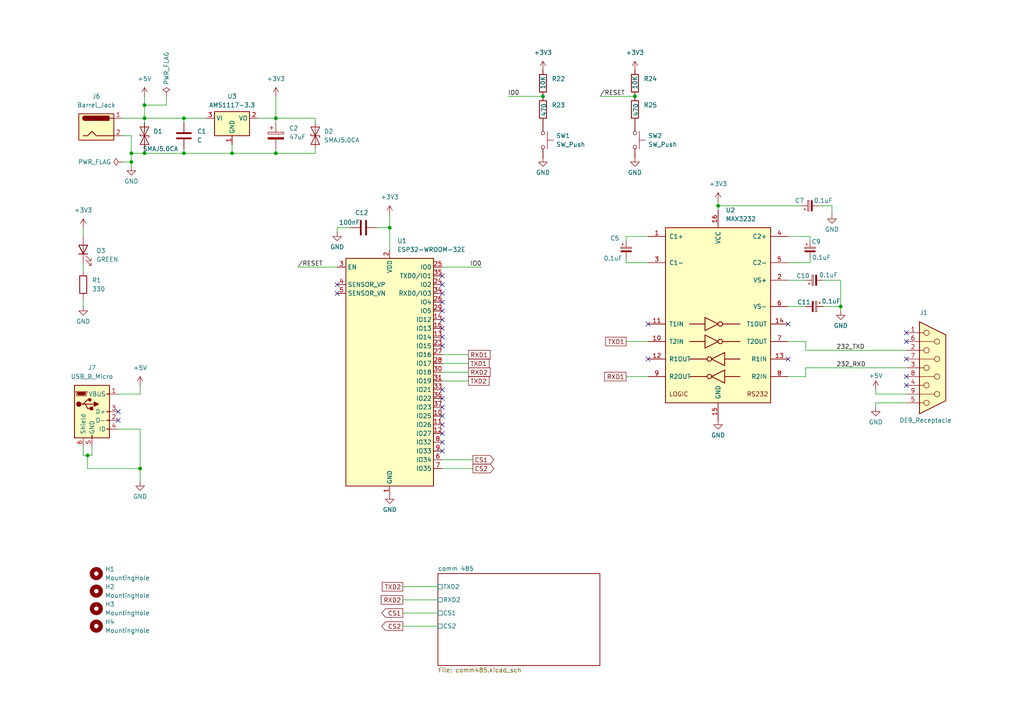
<source format=kicad_sch>
(kicad_sch (version 20231120) (generator "eeschema") (generator_version "8.0")
  (paper "A4")
  (lib_symbols
    (symbol "0_MyLib_0:USB_B_Micro" (pin_names (offset 1.016))
      (property "Reference" "J7" (at 0 12.7 0))
      (property "Value" "USB_B_Micro" (at 0 10.16 0))
      (symbol "USB_B_Micro_0_1"
        (rectangle (start -5.08 -7.62) (end 5.08 7.62) (stroke (width 0.254)) (fill (type background)))
        (circle (center -3.81 2.159) (radius 0.635) (stroke (width 0.254)) (fill (type outline)))
        (circle (center -0.635 3.429) (radius 0.381) (stroke (width 0.254)) (fill (type outline)))
        (rectangle (start -0.127 -7.62) (end 0.127 -6.858))
        (polyline (pts (xy -1.905 2.159) (xy 0.635 2.159)) (stroke (width 0.254)))
        (polyline (pts (xy -3.175 2.159) (xy -2.54 2.159) (xy -1.27 3.429) (xy -0.635 3.429)) (stroke (width 0.254)))
        (polyline (pts (xy -2.54 2.159) (xy -1.905 2.159) (xy -1.27 0.889) (xy 0 0.889)) (stroke (width 0.254)))
        (polyline (pts (xy 0.635 2.794) (xy 0.635 1.524) (xy 1.905 2.159) (xy 0.635 2.794)) (stroke (width 0.254)) (fill (type outline)))
        (polyline (pts (xy -4.318 5.588) (xy -1.778 5.588) (xy -2.032 4.826) (xy -4.064 4.826) (xy -4.318 5.588)) (fill (type outline)))
        (polyline (pts (xy -4.699 5.842) (xy -4.699 5.588) (xy -4.445 4.826) (xy -4.445 4.572) (xy -1.651 4.572) (xy -1.651 4.826) (xy -1.397 5.588) (xy -1.397 5.842) (xy -4.699 5.842)))
        (rectangle (start 0.254 1.27) (end -0.508 0.508) (stroke (width 0.254)) (fill (type outline)))
        (rectangle (start 5.08 -5.207) (end 4.318 -4.953))
        (rectangle (start 5.08 -2.667) (end 4.318 -2.413))
        (rectangle (start 5.08 -0.127) (end 4.318 0.127))
        (rectangle (start 5.08 4.953) (end 4.318 5.207))
      )
      (symbol "USB_B_Micro_1_1"
        (pin power_in line (at 7.62 5.08 180) (length 2.54) (name "VBUS") (number "1"))
        (pin bidirectional line (at 7.62 -2.54 180) (length 2.54) (name "D-") (number "2"))
        (pin bidirectional line (at 7.62 0 180) (length 2.54) (name "D+") (number "3"))
        (pin passive line (at 7.62 -5.08 180) (length 2.54) (name "ID") (number "4"))
        (pin power_in line (at 0 -10.16 90) (length 2.54) (name "GND") (number "5"))
        (pin passive line (at -2.54 -10.16 90) (length 2.54) (name "Shield") (number "6"))
      )
    )
    (symbol "Connector:Barrel_Jack" (pin_names (offset 1.016))
      (property "Reference" "J" (at 0 5.334 0))
      (property "Value" "Barrel_Jack" (at 0 -5.08 0))
      (symbol "Barrel_Jack_0_1"
        (rectangle (start -5.08 3.81) (end 5.08 -3.81) (stroke (width 0.254)) (fill (type background)))
        (arc (start -3.302 3.175) (mid -3.9343 2.54) (end -3.302 1.905) (stroke (width 0.254)))
        (arc (start -3.302 3.175) (mid -3.9343 2.54) (end -3.302 1.905) (stroke (width 0.254)) (fill (type outline)))
        (polyline (pts (xy 5.08 2.54) (xy 3.81 2.54)) (stroke (width 0.254)))
        (polyline (pts (xy -3.81 -2.54) (xy -2.54 -2.54) (xy -1.27 -1.27) (xy 0 -2.54) (xy 2.54 -2.54) (xy 5.08 -2.54)) (stroke (width 0.254)))
        (rectangle (start 3.683 3.175) (end -3.302 1.905) (stroke (width 0.254)) (fill (type outline)))
      )
      (symbol "Barrel_Jack_1_1"
        (pin passive line (at 7.62 2.54 180) (length 2.54) (name "~") (number "1"))
        (pin passive line (at 7.62 -2.54 180) (length 2.54) (name "~") (number "2"))
      )
    )
    (symbol "Connector:DE9_Receptacle" (pin_names (offset 1.016) hide)
      (property "Reference" "J" (at 0 13.97 0))
      (property "Value" "DE9_Receptacle" (at 0 -14.605 0))
      (symbol "DE9_Receptacle_0_1"
        (circle (center -1.778 -10.16) (radius 0.762))
        (circle (center -1.778 -5.08) (radius 0.762))
        (circle (center -1.778 0) (radius 0.762))
        (circle (center -1.778 5.08) (radius 0.762))
        (circle (center -1.778 10.16) (radius 0.762))
        (polyline (pts (xy -3.81 -10.16) (xy -2.54 -10.16)))
        (polyline (pts (xy -3.81 -7.62) (xy 0.508 -7.62)))
        (polyline (pts (xy -3.81 -5.08) (xy -2.54 -5.08)))
        (polyline (pts (xy -3.81 -2.54) (xy 0.508 -2.54)))
        (polyline (pts (xy -3.81 0) (xy -2.54 0)))
        (polyline (pts (xy -3.81 2.54) (xy 0.508 2.54)))
        (polyline (pts (xy -3.81 5.08) (xy -2.54 5.08)))
        (polyline (pts (xy -3.81 7.62) (xy 0.508 7.62)))
        (polyline (pts (xy -3.81 10.16) (xy -2.54 10.16)))
        (polyline (pts (xy -3.81 13.335) (xy -3.81 -13.335) (xy 3.81 -9.525) (xy 3.81 9.525) (xy -3.81 13.335)) (stroke (width 0.254)) (fill (type background)))
        (circle (center 1.27 -7.62) (radius 0.762))
        (circle (center 1.27 -2.54) (radius 0.762))
        (circle (center 1.27 2.54) (radius 0.762))
        (circle (center 1.27 7.62) (radius 0.762))
      )
      (symbol "DE9_Receptacle_1_1"
        (pin passive line (at -7.62 10.16 0) (length 3.81) (name "1") (number "1"))
        (pin passive line (at -7.62 5.08 0) (length 3.81) (name "2") (number "2"))
        (pin passive line (at -7.62 0 0) (length 3.81) (name "3") (number "3"))
        (pin passive line (at -7.62 -5.08 0) (length 3.81) (name "4") (number "4"))
        (pin passive line (at -7.62 -10.16 0) (length 3.81) (name "5") (number "5"))
        (pin passive line (at -7.62 7.62 0) (length 3.81) (name "6") (number "6"))
        (pin passive line (at -7.62 2.54 0) (length 3.81) (name "7") (number "7"))
        (pin passive line (at -7.62 -2.54 0) (length 3.81) (name "8") (number "8"))
        (pin passive line (at -7.62 -7.62 0) (length 3.81) (name "9") (number "9"))
      )
    )
    (symbol "Device:C" (pin_numbers hide) (pin_names (offset 0.254))
      (property "Reference" "C" (at 0.635 2.54 0))
      (property "Value" "C" (at 0.635 -2.54 0))
      (symbol "C_0_1"
        (polyline (pts (xy -2.032 -0.762) (xy 2.032 -0.762)) (stroke (width 0.508)))
        (polyline (pts (xy -2.032 0.762) (xy 2.032 0.762)) (stroke (width 0.508)))
      )
      (symbol "C_1_1"
        (pin passive line (at 0 3.81 270) (length 2.794) (name "~") (number "1"))
        (pin passive line (at 0 -3.81 90) (length 2.794) (name "~") (number "2"))
      )
    )
    (symbol "Device:C_Polarized" (pin_numbers hide) (pin_names (offset 0.254))
      (property "Reference" "C" (at 0.635 2.54 0))
      (property "Value" "C_Polarized" (at 0.635 -2.54 0))
      (symbol "C_Polarized_0_1"
        (rectangle (start -2.286 0.508) (end 2.286 1.016))
        (polyline (pts (xy -1.778 2.286) (xy -0.762 2.286)))
        (polyline (pts (xy -1.27 2.794) (xy -1.27 1.778)))
        (rectangle (start 2.286 -0.508) (end -2.286 -1.016) (fill (type outline)))
      )
      (symbol "C_Polarized_1_1"
        (pin passive line (at 0 3.81 270) (length 2.794) (name "~") (number "1"))
        (pin passive line (at 0 -3.81 90) (length 2.794) (name "~") (number "2"))
      )
    )
    (symbol "Device:C_Polarized_Small" (pin_numbers hide) (pin_names (offset 0.254) hide)
      (property "Reference" "C" (at 0.254 1.778 0))
      (property "Value" "C_Polarized_Small" (at 0.254 -2.032 0))
      (symbol "C_Polarized_Small_0_1"
        (rectangle (start -1.524 -0.3048) (end 1.524 -0.6858) (fill (type outline)))
        (rectangle (start -1.524 0.6858) (end 1.524 0.3048))
        (polyline (pts (xy -1.27 1.524) (xy -0.762 1.524)))
        (polyline (pts (xy -1.016 1.27) (xy -1.016 1.778)))
      )
      (symbol "C_Polarized_Small_1_1"
        (pin passive line (at 0 2.54 270) (length 1.8542) (name "~") (number "1"))
        (pin passive line (at 0 -2.54 90) (length 1.8542) (name "~") (number "2"))
      )
    )
    (symbol "Device:LED" (pin_numbers hide) (pin_names (offset 1.016) hide)
      (property "Reference" "D" (at 0 2.54 0))
      (property "Value" "LED" (at 0 -2.54 0))
      (symbol "LED_0_1"
        (polyline (pts (xy -1.27 -1.27) (xy -1.27 1.27)) (stroke (width 0.254)))
        (polyline (pts (xy -1.27 0) (xy 1.27 0)))
        (polyline (pts (xy 1.27 -1.27) (xy 1.27 1.27) (xy -1.27 0) (xy 1.27 -1.27)) (stroke (width 0.254)))
        (polyline (pts (xy -3.048 -0.762) (xy -4.572 -2.286) (xy -3.81 -2.286) (xy -4.572 -2.286) (xy -4.572 -1.524)))
        (polyline (pts (xy -1.778 -0.762) (xy -3.302 -2.286) (xy -2.54 -2.286) (xy -3.302 -2.286) (xy -3.302 -1.524)))
      )
      (symbol "LED_1_1"
        (pin passive line (at -3.81 0 0) (length 2.54) (name "K") (number "1"))
        (pin passive line (at 3.81 0 180) (length 2.54) (name "A") (number "2"))
      )
    )
    (symbol "Device:R" (pin_numbers hide) (pin_names (offset 0))
      (property "Reference" "R" (at 2.032 0 90))
      (property "Value" "R" (at 0 0 90))
      (symbol "R_0_1"
        (rectangle (start -1.016 -2.54) (end 1.016 2.54) (stroke (width 0.254)))
      )
      (symbol "R_1_1"
        (pin passive line (at 0 3.81 270) (length 1.27) (name "~") (number "1"))
        (pin passive line (at 0 -3.81 90) (length 1.27) (name "~") (number "2"))
      )
    )
    (symbol "Diode:SMAJ5.0CA" (pin_numbers hide) (pin_names (offset 1.016) hide)
      (property "Reference" "D" (at 0 2.54 0))
      (property "Value" "SMAJ5.0CA" (at 0 -2.54 0))
      (symbol "SMAJ5.0CA_0_1"
        (polyline (pts (xy 1.27 0) (xy -1.27 0)))
        (polyline (pts (xy -2.54 -1.27) (xy 0 0) (xy -2.54 1.27) (xy -2.54 -1.27)) (stroke (width 0.2032)))
        (polyline (pts (xy 0.508 1.27) (xy 0 1.27) (xy 0 -1.27) (xy -0.508 -1.27)) (stroke (width 0.2032)))
        (polyline (pts (xy 2.54 1.27) (xy 2.54 -1.27) (xy 0 0) (xy 2.54 1.27)) (stroke (width 0.2032)))
      )
      (symbol "SMAJ5.0CA_1_1"
        (pin passive line (at -3.81 0 0) (length 2.54) (name "A1") (number "1"))
        (pin passive line (at 3.81 0 180) (length 2.54) (name "A2") (number "2"))
      )
    )
    (symbol "Interface_UART:MAX3232" (pin_names (offset 1.016))
      (property "Reference" "U" (at -2.54 28.575 0))
      (property "Value" "MAX3232" (at -2.54 26.67 0))
      (symbol "MAX3232_0_0"
        (text "LOGIC" (at -11.43 -22.86 0) (effects (font (size 1.27 1.27))))
        (text "RS232" (at 11.43 -22.86 0) (effects (font (size 1.27 1.27))))
      )
      (symbol "MAX3232_0_1"
        (rectangle (start -15.24 -25.4) (end 15.24 25.4) (stroke (width 0.254)) (fill (type background)))
        (circle (center -2.54 -17.78) (radius 0.635) (stroke (width 0.254)))
        (circle (center -2.54 -12.7) (radius 0.635) (stroke (width 0.254)))
        (polyline (pts (xy -3.81 -7.62) (xy -8.255 -7.62)) (stroke (width 0.254)))
        (polyline (pts (xy -3.81 -2.54) (xy -8.255 -2.54)) (stroke (width 0.254)))
        (polyline (pts (xy -3.175 -17.78) (xy -8.255 -17.78)) (stroke (width 0.254)))
        (polyline (pts (xy -3.175 -12.7) (xy -8.255 -12.7)) (stroke (width 0.254)))
        (polyline (pts (xy 1.27 -7.62) (xy 6.35 -7.62)) (stroke (width 0.254)))
        (polyline (pts (xy 1.27 -2.54) (xy 6.35 -2.54)) (stroke (width 0.254)))
        (polyline (pts (xy 1.905 -17.78) (xy 6.35 -17.78)) (stroke (width 0.254)))
        (polyline (pts (xy 1.905 -12.7) (xy 6.35 -12.7)) (stroke (width 0.254)))
        (polyline (pts (xy -3.81 -5.715) (xy -3.81 -9.525) (xy 0 -7.62) (xy -3.81 -5.715)) (stroke (width 0.254)))
        (polyline (pts (xy -3.81 -0.635) (xy -3.81 -4.445) (xy 0 -2.54) (xy -3.81 -0.635)) (stroke (width 0.254)))
        (polyline (pts (xy 1.905 -15.875) (xy 1.905 -19.685) (xy -1.905 -17.78) (xy 1.905 -15.875)) (stroke (width 0.254)))
        (polyline (pts (xy 1.905 -10.795) (xy 1.905 -14.605) (xy -1.905 -12.7) (xy 1.905 -10.795)) (stroke (width 0.254)))
        (circle (center 0.635 -7.62) (radius 0.635) (stroke (width 0.254)))
        (circle (center 0.635 -2.54) (radius 0.635) (stroke (width 0.254)))
      )
      (symbol "MAX3232_1_1"
        (pin passive line (at -20.32 22.86 0) (length 5.08) (name "C1+") (number "1"))
        (pin input line (at -20.32 -7.62 0) (length 5.08) (name "T2IN") (number "10"))
        (pin input line (at -20.32 -2.54 0) (length 5.08) (name "T1IN") (number "11"))
        (pin output line (at -20.32 -12.7 0) (length 5.08) (name "R1OUT") (number "12"))
        (pin input line (at 20.32 -12.7 180) (length 5.08) (name "R1IN") (number "13"))
        (pin output line (at 20.32 -2.54 180) (length 5.08) (name "T1OUT") (number "14"))
        (pin power_in line (at 0 -30.48 90) (length 5.08) (name "GND") (number "15"))
        (pin power_in line (at 0 30.48 270) (length 5.08) (name "VCC") (number "16"))
        (pin power_out line (at 20.32 10.16 180) (length 5.08) (name "VS+") (number "2"))
        (pin passive line (at -20.32 15.24 0) (length 5.08) (name "C1-") (number "3"))
        (pin passive line (at 20.32 22.86 180) (length 5.08) (name "C2+") (number "4"))
        (pin passive line (at 20.32 15.24 180) (length 5.08) (name "C2-") (number "5"))
        (pin power_out line (at 20.32 2.54 180) (length 5.08) (name "VS-") (number "6"))
        (pin output line (at 20.32 -7.62 180) (length 5.08) (name "T2OUT") (number "7"))
        (pin input line (at 20.32 -17.78 180) (length 5.08) (name "R2IN") (number "8"))
        (pin output line (at -20.32 -17.78 0) (length 5.08) (name "R2OUT") (number "9"))
      )
    )
    (symbol "Mechanical:MountingHole" (pin_names (offset 1.016)) (exclude_from_sim yes) (in_bom no)
      (property "Reference" "H" (at 0 5.08 0))
      (property "Value" "MountingHole" (at 0 3.175 0))
      (symbol "MountingHole_0_1"
        (circle (center 0 0) (radius 1.27) (stroke (width 1.27)))
      )
    )
    (symbol "RF_Module:ESP32-WROOM-32E"
      (property "Reference" "U" (at -12.7 34.29 0))
      (property "Value" "ESP32-WROOM-32E" (at 1.27 34.29 0))
      (symbol "ESP32-WROOM-32E_0_1"
        (rectangle (start -12.7 33.02) (end 12.7 -33.02) (stroke (width 0.254)) (fill (type background)))
      )
      (symbol "ESP32-WROOM-32E_1_1"
        (pin power_in line (at 0 -35.56 90) (length 2.54) (name "GND") (number "1"))
        (pin bidirectional line (at 15.24 -12.7 180) (length 2.54) (name "IO25") (number "10"))
        (pin bidirectional line (at 15.24 -15.24 180) (length 2.54) (name "IO26") (number "11"))
        (pin bidirectional line (at 15.24 -17.78 180) (length 2.54) (name "IO27") (number "12"))
        (pin bidirectional line (at 15.24 10.16 180) (length 2.54) (name "IO14") (number "13"))
        (pin bidirectional line (at 15.24 15.24 180) (length 2.54) (name "IO12") (number "14"))
        (pin passive line (at 0 -35.56 90) (length 2.54) hide (name "GND") (number "15"))
        (pin bidirectional line (at 15.24 12.7 180) (length 2.54) (name "IO13") (number "16"))
        (pin no_connect line (at -12.7 -5.08 0) (length 2.54) hide (name "NC") (number "17"))
        (pin no_connect line (at -12.7 -7.62 0) (length 2.54) hide (name "NC") (number "18"))
        (pin no_connect line (at -12.7 -12.7 0) (length 2.54) hide (name "NC") (number "19"))
        (pin power_in line (at 0 35.56 270) (length 2.54) (name "VDD") (number "2"))
        (pin no_connect line (at -12.7 -10.16 0) (length 2.54) hide (name "NC") (number "20"))
        (pin no_connect line (at -12.7 0 0) (length 2.54) hide (name "NC") (number "21"))
        (pin no_connect line (at -12.7 -2.54 0) (length 2.54) hide (name "NC") (number "22"))
        (pin bidirectional line (at 15.24 7.62 180) (length 2.54) (name "IO15") (number "23"))
        (pin bidirectional line (at 15.24 25.4 180) (length 2.54) (name "IO2") (number "24"))
        (pin bidirectional line (at 15.24 30.48 180) (length 2.54) (name "IO0") (number "25"))
        (pin bidirectional line (at 15.24 20.32 180) (length 2.54) (name "IO4") (number "26"))
        (pin bidirectional line (at 15.24 5.08 180) (length 2.54) (name "IO16") (number "27"))
        (pin bidirectional line (at 15.24 2.54 180) (length 2.54) (name "IO17") (number "28"))
        (pin bidirectional line (at 15.24 17.78 180) (length 2.54) (name "IO5") (number "29"))
        (pin input line (at -15.24 30.48 0) (length 2.54) (name "EN") (number "3"))
        (pin bidirectional line (at 15.24 0 180) (length 2.54) (name "IO18") (number "30"))
        (pin bidirectional line (at 15.24 -2.54 180) (length 2.54) (name "IO19") (number "31"))
        (pin no_connect line (at -12.7 -27.94 0) (length 2.54) hide (name "NC") (number "32"))
        (pin bidirectional line (at 15.24 -5.08 180) (length 2.54) (name "IO21") (number "33"))
        (pin bidirectional line (at 15.24 22.86 180) (length 2.54) (name "RXD0/IO3") (number "34"))
        (pin bidirectional line (at 15.24 27.94 180) (length 2.54) (name "TXD0/IO1") (number "35"))
        (pin bidirectional line (at 15.24 -7.62 180) (length 2.54) (name "IO22") (number "36"))
        (pin bidirectional line (at 15.24 -10.16 180) (length 2.54) (name "IO23") (number "37"))
        (pin passive line (at 0 -35.56 90) (length 2.54) hide (name "GND") (number "38"))
        (pin passive line (at 0 -35.56 90) (length 2.54) hide (name "GND") (number "39"))
        (pin input line (at -15.24 25.4 0) (length 2.54) (name "SENSOR_VP") (number "4"))
        (pin input line (at -15.24 22.86 0) (length 2.54) (name "SENSOR_VN") (number "5"))
        (pin input line (at 15.24 -25.4 180) (length 2.54) (name "IO34") (number "6"))
        (pin input line (at 15.24 -27.94 180) (length 2.54) (name "IO35") (number "7"))
        (pin bidirectional line (at 15.24 -20.32 180) (length 2.54) (name "IO32") (number "8"))
        (pin bidirectional line (at 15.24 -22.86 180) (length 2.54) (name "IO33") (number "9"))
      )
    )
    (symbol "Regulator_Linear:AMS1117-3.3"
      (property "Reference" "U" (at -3.81 3.175 0))
      (property "Value" "AMS1117-3.3" (at 0 3.175 0))
      (symbol "AMS1117-3.3_0_1"
        (rectangle (start -5.08 -5.08) (end 5.08 1.905) (stroke (width 0.254)) (fill (type background)))
      )
      (symbol "AMS1117-3.3_1_1"
        (pin power_in line (at 0 -7.62 90) (length 2.54) (name "GND") (number "1"))
        (pin power_out line (at 7.62 0 180) (length 2.54) (name "VO") (number "2"))
        (pin power_in line (at -7.62 0 0) (length 2.54) (name "VI") (number "3"))
      )
    )
    (symbol "Switch:SW_Push" (pin_numbers hide) (pin_names (offset 1.016) hide)
      (property "Reference" "SW" (at 1.27 2.54 0))
      (property "Value" "SW_Push" (at 0 -1.524 0))
      (symbol "SW_Push_0_1"
        (circle (center -2.032 0) (radius 0.508))
        (polyline (pts (xy 0 1.27) (xy 0 3.048)))
        (polyline (pts (xy 2.54 1.27) (xy -2.54 1.27)))
        (circle (center 2.032 0) (radius 0.508))
        (pin passive line (at -5.08 0 0) (length 2.54) (name "1") (number "1"))
        (pin passive line (at 5.08 0 180) (length 2.54) (name "2") (number "2"))
      )
    )
    (symbol "power:+3V3" (power) (pin_numbers hide) (pin_names (offset 0) hide)
      (property "Value" "+3V3" (at 0 3.556 0))
      (symbol "+3V3_0_1"
        (polyline (pts (xy -0.762 1.27) (xy 0 2.54)))
        (polyline (pts (xy 0 0) (xy 0 2.54)))
        (polyline (pts (xy 0 2.54) (xy 0.762 1.27)))
      )
      (symbol "+3V3_1_1"
        (pin power_in line (at 0 0 90) (length 0) (name "~") (number "1"))
      )
    )
    (symbol "power:+5V" (power) (pin_numbers hide) (pin_names (offset 0) hide)
      (property "Value" "+5V" (at 0 3.556 0))
      (symbol "+5V_0_1"
        (polyline (pts (xy -0.762 1.27) (xy 0 2.54)))
        (polyline (pts (xy 0 0) (xy 0 2.54)))
        (polyline (pts (xy 0 2.54) (xy 0.762 1.27)))
      )
      (symbol "+5V_1_1"
        (pin power_in line (at 0 0 90) (length 0) (name "~") (number "1"))
      )
    )
    (symbol "power:GND" (power) (pin_numbers hide) (pin_names (offset 0) hide)
      (property "Value" "GND" (at 0 -3.81 0))
      (symbol "GND_0_1"
        (polyline (pts (xy 0 0) (xy 0 -1.27) (xy 1.27 -1.27) (xy 0 -2.54) (xy -1.27 -1.27) (xy 0 -1.27)))
      )
      (symbol "GND_1_1"
        (pin power_in line (at 0 0 270) (length 0) (name "~") (number "1"))
      )
    )
    (symbol "power:PWR_FLAG" (power) (pin_numbers hide) (pin_names (offset 0) hide)
      (property "Value" "PWR_FLAG" (at 0 3.81 0))
      (symbol "PWR_FLAG_0_0"
        (pin power_out line (at 0 0 90) (length 0) (name "~") (number "1"))
      )
      (symbol "PWR_FLAG_0_1"
        (polyline (pts (xy 0 0) (xy 0 1.27) (xy -1.016 1.905) (xy 0 2.54) (xy 1.016 1.905) (xy 0 1.27)))
      )
    )
  )
  (junction (at 208.28 59.69))
  (junction (at 41.91 34.29))
  (junction (at 113.03 66.04))
  (junction (at 53.34 34.29))
  (junction (at 80.01 44.45))
  (junction (at 40.64 135.89))
  (junction (at 184.15 27.94))
  (junction (at 157.48 27.94))
  (junction (at 80.01 34.29))
  (junction (at 25.4 132.08))
  (junction (at 38.1 46.99))
  (junction (at 243.84 88.9))
  (junction (at 53.34 44.45))
  (junction (at 38.1 44.45))
  (junction (at 67.31 44.45))
  (junction (at 41.91 44.45))
  (junction (at 41.91 30.48))
  (no_connect (at 34.29 121.92))
  (no_connect (at 128.27 123.19))
  (no_connect (at 262.89 111.76))
  (no_connect (at 128.27 100.33))
  (no_connect (at 97.79 82.55))
  (no_connect (at 128.27 130.81))
  (no_connect (at 34.29 119.38))
  (no_connect (at 128.27 82.55))
  (no_connect (at 228.6 104.14))
  (no_connect (at 128.27 113.03))
  (no_connect (at 262.89 104.14))
  (no_connect (at 128.27 97.79))
  (no_connect (at 128.27 85.09))
  (no_connect (at 128.27 115.57))
  (no_connect (at 262.89 99.06))
  (no_connect (at 128.27 92.71))
  (no_connect (at 187.96 93.98))
  (no_connect (at 262.89 109.22))
  (no_connect (at 128.27 90.17))
  (no_connect (at 128.27 95.25))
  (no_connect (at 128.27 125.73))
  (no_connect (at 128.27 120.65))
  (no_connect (at 128.27 118.11))
  (no_connect (at 97.79 85.09))
  (no_connect (at 187.96 104.14))
  (no_connect (at 262.89 96.52))
  (no_connect (at 128.27 80.01))
  (no_connect (at 128.27 128.27))
  (no_connect (at 128.27 87.63))
  (no_connect (at 228.6 93.98))
  (wire (pts (xy 234.95 68.58) (xy 234.95 69.85)))
  (wire (pts (xy 128.27 77.47) (xy 139.7 77.47)))
  (wire (pts (xy 243.84 81.28) (xy 243.84 88.9)))
  (wire (pts (xy 53.34 43.18) (xy 53.34 44.45)))
  (wire (pts (xy 173.99 27.94) (xy 184.15 27.94)))
  (wire (pts (xy 208.28 59.69) (xy 232.41 59.69)))
  (wire (pts (xy 41.91 44.45) (xy 53.34 44.45)))
  (wire (pts (xy 53.34 34.29) (xy 53.34 35.56)))
  (wire (pts (xy 128.27 110.49) (xy 135.89 110.49)))
  (wire (pts (xy 41.91 30.48) (xy 41.91 34.29)))
  (wire (pts (xy 35.56 34.29) (xy 41.91 34.29)))
  (wire (pts (xy 116.84 181.61) (xy 127 181.61)))
  (wire (pts (xy 24.13 132.08) (xy 25.4 132.08)))
  (wire (pts (xy 24.13 129.54) (xy 24.13 132.08)))
  (wire (pts (xy 228.6 81.28) (xy 233.68 81.28)))
  (wire (pts (xy 181.61 99.06) (xy 187.96 99.06)))
  (wire (pts (xy 38.1 39.37) (xy 38.1 44.45)))
  (wire (pts (xy 233.68 109.22) (xy 233.68 106.68)))
  (wire (pts (xy 128.27 135.89) (xy 137.16 135.89)))
  (wire (pts (xy 74.93 34.29) (xy 80.01 34.29)))
  (wire (pts (xy 237.49 59.69) (xy 241.3 59.69)))
  (wire (pts (xy 128.27 102.87) (xy 135.89 102.87)))
  (wire (pts (xy 254 114.3) (xy 262.89 114.3)))
  (wire (pts (xy 41.91 43.18) (xy 41.91 44.45)))
  (wire (pts (xy 53.34 34.29) (xy 59.69 34.29)))
  (wire (pts (xy 116.84 170.18) (xy 127 170.18)))
  (wire (pts (xy 228.6 68.58) (xy 234.95 68.58)))
  (wire (pts (xy 38.1 46.99) (xy 38.1 48.26)))
  (wire (pts (xy 91.44 35.56) (xy 91.44 34.29)))
  (wire (pts (xy 116.84 173.99) (xy 127 173.99)))
  (wire (pts (xy 67.31 41.91) (xy 67.31 44.45)))
  (wire (pts (xy 97.79 67.31) (xy 97.79 66.04)))
  (wire (pts (xy 181.61 74.93) (xy 181.61 76.2)))
  (wire (pts (xy 113.03 66.04) (xy 113.03 72.39)))
  (wire (pts (xy 128.27 105.41) (xy 135.89 105.41)))
  (wire (pts (xy 234.95 74.93) (xy 234.95 76.2)))
  (wire (pts (xy 91.44 34.29) (xy 80.01 34.29)))
  (wire (pts (xy 208.28 58.42) (xy 208.28 59.69)))
  (wire (pts (xy 181.61 76.2) (xy 187.96 76.2)))
  (wire (pts (xy 40.64 111.76) (xy 40.64 114.3)))
  (wire (pts (xy 228.6 88.9) (xy 233.68 88.9)))
  (wire (pts (xy 35.56 39.37) (xy 38.1 39.37)))
  (wire (pts (xy 254 114.3) (xy 254 113.03)))
  (wire (pts (xy 80.01 34.29) (xy 80.01 35.56)))
  (wire (pts (xy 233.68 106.68) (xy 262.89 106.68)))
  (wire (pts (xy 48.26 27.94) (xy 48.26 30.48)))
  (wire (pts (xy 113.03 62.23) (xy 113.03 66.04)))
  (wire (pts (xy 228.6 109.22) (xy 233.68 109.22)))
  (wire (pts (xy 181.61 68.58) (xy 181.61 69.85)))
  (wire (pts (xy 24.13 86.36) (xy 24.13 88.9)))
  (wire (pts (xy 41.91 35.56) (xy 41.91 34.29)))
  (wire (pts (xy 254 118.11) (xy 254 116.84)))
  (wire (pts (xy 233.68 99.06) (xy 228.6 99.06)))
  (wire (pts (xy 25.4 132.08) (xy 26.67 132.08)))
  (wire (pts (xy 97.79 66.04) (xy 101.6 66.04)))
  (wire (pts (xy 128.27 133.35) (xy 137.16 133.35)))
  (wire (pts (xy 41.91 27.94) (xy 41.91 30.48)))
  (wire (pts (xy 147.32 27.94) (xy 157.48 27.94)))
  (wire (pts (xy 40.64 124.46) (xy 34.29 124.46)))
  (wire (pts (xy 80.01 43.18) (xy 80.01 44.45)))
  (wire (pts (xy 67.31 44.45) (xy 53.34 44.45)))
  (wire (pts (xy 243.84 88.9) (xy 243.84 90.17)))
  (wire (pts (xy 48.26 30.48) (xy 41.91 30.48)))
  (wire (pts (xy 91.44 43.18) (xy 91.44 44.45)))
  (wire (pts (xy 35.56 46.99) (xy 38.1 46.99)))
  (wire (pts (xy 25.4 132.08) (xy 25.4 135.89)))
  (wire (pts (xy 80.01 27.94) (xy 80.01 34.29)))
  (wire (pts (xy 40.64 135.89) (xy 40.64 124.46)))
  (wire (pts (xy 40.64 114.3) (xy 34.29 114.3)))
  (wire (pts (xy 24.13 66.04) (xy 24.13 68.58)))
  (wire (pts (xy 41.91 44.45) (xy 38.1 44.45)))
  (wire (pts (xy 25.4 135.89) (xy 40.64 135.89)))
  (wire (pts (xy 181.61 68.58) (xy 187.96 68.58)))
  (wire (pts (xy 128.27 107.95) (xy 135.89 107.95)))
  (wire (pts (xy 80.01 44.45) (xy 67.31 44.45)))
  (wire (pts (xy 41.91 34.29) (xy 53.34 34.29)))
  (wire (pts (xy 38.1 44.45) (xy 38.1 46.99)))
  (wire (pts (xy 254 116.84) (xy 262.89 116.84)))
  (wire (pts (xy 24.13 76.2) (xy 24.13 78.74)))
  (wire (pts (xy 26.67 129.54) (xy 26.67 132.08)))
  (wire (pts (xy 238.76 81.28) (xy 243.84 81.28)))
  (wire (pts (xy 238.76 88.9) (xy 243.84 88.9)))
  (wire (pts (xy 116.84 177.8) (xy 127 177.8)))
  (wire (pts (xy 233.68 101.6) (xy 262.89 101.6)))
  (wire (pts (xy 91.44 44.45) (xy 80.01 44.45)))
  (wire (pts (xy 181.61 109.22) (xy 187.96 109.22)))
  (wire (pts (xy 241.3 59.69) (xy 241.3 62.23)))
  (wire (pts (xy 97.79 77.47) (xy 86.36 77.47)))
  (wire (pts (xy 228.6 76.2) (xy 234.95 76.2)))
  (wire (pts (xy 233.68 101.6) (xy 233.68 99.06)))
  (wire (pts (xy 109.22 66.04) (xy 113.03 66.04)))
  (wire (pts (xy 40.64 139.7) (xy 40.64 135.89)))
  (wire (pts (xy 208.28 59.69) (xy 208.28 60.96)))
  (label "232_TXD" (at 242.57 101.6 0))
  (label "IO0" (at 139.7 77.47 180))
  (label "232_RXD" (at 242.57 106.68 0))
  (label "IO0" (at 147.32 27.94 0))
  (label "{slash}RESET" (at 173.99 27.94 0))
  (label "{slash}RESET" (at 86.36 77.47 0))
  (global_label "CS2" (shape output) (at 137.16 135.89 0) (property "Intersheetrefs" "${INTERSHEET_REFS}" (effects (hide yes))))
  (global_label "TXD1" (shape passive) (at 181.61 99.06 180) (property "Intersheetrefs" "${INTERSHEET_REFS}" (effects (hide yes))))
  (global_label "CS2" (shape output) (at 116.84 181.61 180) (property "Intersheetrefs" "${INTERSHEET_REFS}" (effects (hide yes))))
  (global_label "RXD1" (shape passive) (at 135.89 102.87 0) (property "Intersheetrefs" "${INTERSHEET_REFS}" (effects (hide yes))))
  (global_label "CS1" (shape output) (at 116.84 177.8 180) (property "Intersheetrefs" "${INTERSHEET_REFS}" (effects (hide yes))))
  (global_label "RXD1" (shape passive) (at 181.61 109.22 180) (property "Intersheetrefs" "${INTERSHEET_REFS}" (effects (hide yes))))
  (global_label "TXD1" (shape passive) (at 135.89 105.41 0) (property "Intersheetrefs" "${INTERSHEET_REFS}" (effects (hide yes))))
  (global_label "CS1" (shape output) (at 137.16 133.35 0) (property "Intersheetrefs" "${INTERSHEET_REFS}" (effects (hide yes))))
  (global_label "TXD2" (shape passive) (at 135.89 110.49 0) (property "Intersheetrefs" "${INTERSHEET_REFS}" (effects (hide yes))))
  (global_label "RXD2" (shape passive) (at 116.84 173.99 180) (property "Intersheetrefs" "${INTERSHEET_REFS}" (effects (hide yes))))
  (global_label "RXD2" (shape passive) (at 135.89 107.95 0) (property "Intersheetrefs" "${INTERSHEET_REFS}" (effects (hide yes))))
  (global_label "TXD2" (shape passive) (at 116.84 170.18 180) (property "Intersheetrefs" "${INTERSHEET_REFS}" (effects (hide yes))))
  (symbol (lib_id "Interface_UART:MAX3232") (at 208.28 91.44 0) (unit 1)
    (property "Reference" "U2" (at 210.4741 60.96 0) (effects (justify left)))
    (property "Value" "MAX3232" (at 210.4741 63.5 0) (effects (justify left)))
    (property "Datasheet" "https://datasheets.maximintegrated.com/en/ds/MAX3222-MAX3241.pdf" (effects (hide yes)))
    (property "Description" "3.0V to 5.5V, Low-Power, up to 1Mbps, True RS-232 Transceivers Using Four 0.1μF External Capacitors" (effects (hide yes)))
  )
  (symbol (lib_id "power:+3V3") (at 184.15 20.32 0) (unit 1)
    (property "Reference" "#PWR045" (effects (hide yes)))
    (property "Value" "+3V3" (at 184.15 15.24 0))
    (property "Description" "Power symbol creates a global label with name \"+3V3\"" (effects (hide yes)))
  )
  (symbol (lib_id "power:GND") (at 208.28 121.92 0) (unit 1)
    (property "Reference" "#PWR07" (effects (hide yes)))
    (property "Value" "GND" (at 208.28 126.238 0))
    (property "Description" "Power symbol creates a global label with name \"GND\" , ground" (effects (hide yes)))
  )
  (symbol (lib_id "power:GND") (at 241.3 62.23 0) (unit 1)
    (property "Reference" "#PWR08" (effects (hide yes)))
    (property "Value" "GND" (at 241.3 66.548 0))
    (property "Description" "Power symbol creates a global label with name \"GND\" , ground" (effects (hide yes)))
  )
  (symbol (lib_id "power:GND") (at 40.64 139.7 0) (unit 1)
    (property "Reference" "#PWR042" (effects (hide yes)))
    (property "Value" "GND" (at 40.64 144.018 0))
    (property "Description" "Power symbol creates a global label with name \"GND\" , ground" (effects (hide yes)))
  )
  (symbol (lib_id "Device:C_Polarized") (at 80.01 39.37 0) (unit 1)
    (property "Reference" "C2" (at 83.82 37.2109 0) (effects (justify left)))
    (property "Value" "47uF" (at 83.82 39.7509 0) (effects (justify left)))
    (property "Description" "Polarized capacitor" (effects (hide yes)))
  )
  (symbol (lib_id "RF_Module:ESP32-WROOM-32E") (at 113.03 107.95 0) (unit 1)
    (property "Reference" "U1" (at 115.2241 69.85 0) (effects (justify left)))
    (property "Value" "ESP32-WROOM-32E" (at 115.2241 72.39 0) (effects (justify left)))
    (property "Footprint" "RF_Module:ESP32-WROOM-32D" (effects (hide yes)))
    (property "Datasheet" "https://www.espressif.com/sites/default/files/documentation/esp32-wroom-32e_esp32-wroom-32ue_datasheet_en.pdf" (effects (hide yes)))
    (property "Description" "RF Module, ESP32-D0WD-V3 SoC, without PSRAM, Wi-Fi 802.11b/g/n, Bluetooth, BLE, 32-bit, 2.7-3.6V, onboard antenna, SMD" (effects (hide yes)))
  )
  (symbol (lib_id "Mechanical:MountingHole") (at 27.94 171.45 0) (unit 1) (exclude_from_sim yes) (in_bom no)
    (property "Reference" "H2" (at 30.48 170.1799 0) (effects (justify left)))
    (property "Value" "MountingHole" (at 30.48 172.7199 0) (effects (justify left)))
    (property "Footprint" "MountingHole:MountingHole_3.5mm" (effects (hide yes)))
    (property "Description" "Mounting Hole without connection" (effects (hide yes)))
  )
  (symbol (lib_id "power:GND") (at 113.03 143.51 0) (unit 1)
    (property "Reference" "#PWR038" (effects (hide yes)))
    (property "Value" "GND" (at 113.03 147.828 0))
    (property "Description" "Power symbol creates a global label with name \"GND\" , ground" (effects (hide yes)))
  )
  (symbol (lib_id "Device:R") (at 24.13 82.55 0) (unit 1)
    (property "Reference" "R1" (at 26.67 81.2799 0) (effects (justify left)))
    (property "Value" "330" (at 26.67 83.8199 0) (effects (justify left)))
    (property "Description" "Resistor" (effects (hide yes)))
  )
  (symbol (lib_id "Device:C_Polarized_Small") (at 234.95 72.39 0) (unit 1)
    (property "Reference" "C9" (at 236.728 70.104 0))
    (property "Value" "0.1uF" (at 238.252 74.676 0))
    (property "Description" "Polarized capacitor, small symbol" (effects (hide yes)))
  )
  (symbol (lib_id "Mechanical:MountingHole") (at 27.94 181.61 0) (unit 1) (exclude_from_sim yes) (in_bom no)
    (property "Reference" "H4" (at 30.48 180.3399 0) (effects (justify left)))
    (property "Value" "MountingHole" (at 30.48 182.8799 0) (effects (justify left)))
    (property "Footprint" "MountingHole:MountingHole_3.5mm_ellipse" (effects (hide yes)))
    (property "Description" "Mounting Hole without connection" (effects (hide yes)))
  )
  (symbol (lib_id "Connector:DE9_Receptacle") (at 270.51 106.68 0) (unit 1)
    (property "Reference" "J1" (at 266.7 90.678 0) (effects (justify left)))
    (property "Value" "DE9_Receptacle" (at 260.858 121.92 0) (effects (justify left)))
    (property "Footprint" "Connector_Dsub:DSUB-9_Male_Horizontal_P2.77x2.84mm_EdgePinOffset7.70mm_Housed_MountingHolesOffset9.12mm" (effects (hide yes)))
    (property "Description" "9-pin female receptacle socket D-SUB connector" (effects (hide yes)))
  )
  (symbol (lib_id "power:GND") (at 184.15 45.72 0) (unit 1)
    (property "Reference" "#PWR046" (effects (hide yes)))
    (property "Value" "GND" (at 184.15 50.038 0))
    (property "Description" "Power symbol creates a global label with name \"GND\" , ground" (effects (hide yes)))
  )
  (symbol (lib_id "0_MyLib_0:USB_B_Micro") (at 26.67 119.38 0) (unit 1)
    (property "Reference" "J7" (at 26.67 106.68 0))
    (property "Value" "USB_B_Micro" (at 26.67 109.22 0))
    (property "Description" "USB Micro Type B connector" (effects (hide yes)))
  )
  (symbol (lib_id "power:+5V") (at 40.64 111.76 0) (unit 1)
    (property "Reference" "#PWR041" (effects (hide yes)))
    (property "Value" "+5V" (at 40.64 106.68 0))
    (property "Description" "Power symbol creates a global label with name \"+5V\"" (effects (hide yes)))
  )
  (symbol (lib_id "Connector:Barrel_Jack") (at 27.94 36.83 0) (unit 1)
    (property "Reference" "J6" (at 27.94 27.94 0))
    (property "Value" "Barrel_Jack" (at 27.94 30.48 0))
    (property "Description" "DC Barrel Jack" (effects (hide yes)))
  )
  (symbol (lib_id "Regulator_Linear:AMS1117-3.3") (at 67.31 34.29 0) (unit 1)
    (property "Reference" "U3" (at 67.31 27.94 0))
    (property "Value" "AMS1117-3.3" (at 67.31 30.48 0))
    (property "Footprint" "Package_TO_SOT_SMD:SOT-223-3_TabPin2" (effects (hide yes)))
    (property "Datasheet" "http://www.advanced-monolithic.com/pdf/ds1117.pdf" (effects (hide yes)))
    (property "Description" "1A Low Dropout regulator, positive, 3.3V fixed output, SOT-223" (effects (hide yes)))
  )
  (symbol (lib_id "power:GND") (at 24.13 88.9 0) (unit 1)
    (property "Reference" "#PWR05" (effects (hide yes)))
    (property "Value" "GND" (at 24.13 93.218 0))
    (property "Description" "Power symbol creates a global label with name \"GND\" , ground" (effects (hide yes)))
  )
  (symbol (lib_id "power:GND") (at 38.1 48.26 0) (unit 1)
    (property "Reference" "#PWR01" (effects (hide yes)))
    (property "Value" "GND" (at 38.1 52.578 0))
    (property "Description" "Power symbol creates a global label with name \"GND\" , ground" (effects (hide yes)))
  )
  (symbol (lib_id "power:+3V3") (at 157.48 20.32 0) (unit 1)
    (property "Reference" "#PWR044" (effects (hide yes)))
    (property "Value" "+3V3" (at 157.48 15.24 0))
    (property "Description" "Power symbol creates a global label with name \"+3V3\"" (effects (hide yes)))
  )
  (symbol (lib_id "Device:R") (at 157.48 31.75 0) (unit 1)
    (property "Reference" "R23" (at 160.02 30.4799 0) (effects (justify left)))
    (property "Value" "470" (at 157.734 33.782 90) (effects (justify left)))
    (property "Description" "Resistor" (effects (hide yes)))
  )
  (symbol (lib_id "power:GND") (at 97.79 67.31 0) (unit 1)
    (property "Reference" "#PWR040" (effects (hide yes)))
    (property "Value" "GND" (at 97.79 71.628 0))
    (property "Description" "Power symbol creates a global label with name \"GND\" , ground" (effects (hide yes)))
  )
  (symbol (lib_id "power:+3V3") (at 24.13 66.04 0) (unit 1)
    (property "Reference" "#PWR04" (effects (hide yes)))
    (property "Value" "+3V3" (at 24.13 60.96 0))
    (property "Description" "Power symbol creates a global label with name \"+3V3\"" (effects (hide yes)))
  )
  (symbol (lib_id "power:+5V") (at 254 113.03 0) (unit 1)
    (property "Reference" "#PWR010" (effects (hide yes)))
    (property "Value" "+5V" (at 254 108.966 0))
    (property "Description" "Power symbol creates a global label with name \"+5V\"" (effects (hide yes)))
  )
  (symbol (lib_id "Device:LED") (at 24.13 72.39 90) (unit 1)
    (property "Reference" "D3" (at 27.94 72.7074 90) (effects (justify right)))
    (property "Value" "GREEN" (at 27.94 75.2474 90) (effects (justify right)))
    (property "Description" "Light emitting diode" (effects (hide yes)))
  )
  (symbol (lib_id "Device:R") (at 184.15 31.75 0) (unit 1)
    (property "Reference" "R25" (at 186.69 30.4799 0) (effects (justify left)))
    (property "Value" "470" (at 184.404 33.782 90) (effects (justify left)))
    (property "Description" "Resistor" (effects (hide yes)))
  )
  (symbol (lib_id "Device:C") (at 53.34 39.37 0) (unit 1)
    (property "Reference" "C1" (at 57.15 38.0999 0) (effects (justify left)))
    (property "Value" "C" (at 57.15 40.6399 0) (effects (justify left)))
    (property "Description" "Unpolarized capacitor" (effects (hide yes)))
  )
  (symbol (lib_id "power:GND") (at 254 118.11 0) (unit 1)
    (property "Reference" "#PWR011" (effects (hide yes)))
    (property "Value" "GND" (at 254 122.428 0))
    (property "Description" "Power symbol creates a global label with name \"GND\" , ground" (effects (hide yes)))
  )
  (symbol (lib_id "power:+5V") (at 41.91 27.94 0) (unit 1)
    (property "Reference" "#PWR02" (effects (hide yes)))
    (property "Value" "+5V" (at 41.91 22.86 0))
    (property "Description" "Power symbol creates a global label with name \"+5V\"" (effects (hide yes)))
  )
  (symbol (lib_id "power:GND") (at 157.48 45.72 0) (unit 1)
    (property "Reference" "#PWR043" (effects (hide yes)))
    (property "Value" "GND" (at 157.48 50.038 0))
    (property "Description" "Power symbol creates a global label with name \"GND\" , ground" (effects (hide yes)))
  )
  (symbol (lib_id "Device:C") (at 105.41 66.04 270) (unit 1)
    (property "Reference" "C12" (at 104.902 61.722 90))
    (property "Value" "100nF" (at 101.346 64.516 90))
    (property "Description" "Unpolarized capacitor" (effects (hide yes)))
  )
  (symbol (lib_id "Mechanical:MountingHole") (at 27.94 176.53 0) (unit 1) (exclude_from_sim yes) (in_bom no)
    (property "Reference" "H3" (at 30.48 175.2599 0) (effects (justify left)))
    (property "Value" "MountingHole" (at 30.48 177.7999 0) (effects (justify left)))
    (property "Footprint" "MountingHole:MountingHole_3.5mm_ellipse" (effects (hide yes)))
    (property "Description" "Mounting Hole without connection" (effects (hide yes)))
  )
  (symbol (lib_id "Diode:SMAJ5.0CA") (at 41.91 39.37 90) (unit 1)
    (property "Reference" "D1" (at 44.45 38.0999 90) (effects (justify right)))
    (property "Value" "SMAJ5.0CA" (at 41.402 43.18 90) (effects (justify right)))
    (property "Footprint" "Diode_SMD:D_SMA" (effects (hide yes)))
    (property "Datasheet" "https://www.littelfuse.com/media?resourcetype=datasheets&itemid=75e32973-b177-4ee3-a0ff-cedaf1abdb93&filename=smaj-datasheet" (effects (hide yes)))
    (property "Description" "400W bidirectional Transient Voltage Suppressor, 5.0Vr, SMA(DO-214AC)" (effects (hide yes)))
  )
  (symbol (lib_id "power:PWR_FLAG") (at 35.56 46.99 90) (unit 1)
    (property "Reference" "#FLG02" (effects (hide yes)))
    (property "Value" "PWR_FLAG" (at 27.432 46.99 90))
    (property "Description" "Special symbol for telling ERC where power comes from" (effects (hide yes)))
  )
  (symbol (lib_id "Device:R") (at 184.15 24.13 0) (unit 1)
    (property "Reference" "R24" (at 186.69 22.8599 0) (effects (justify left)))
    (property "Value" "10K" (at 184.15 25.908 90) (effects (justify left)))
    (property "Description" "Resistor" (effects (hide yes)))
  )
  (symbol (lib_id "power:+3V3") (at 208.28 58.42 0) (unit 1)
    (property "Reference" "#PWR06" (effects (hide yes)))
    (property "Value" "+3V3" (at 208.28 53.34 0))
    (property "Description" "Power symbol creates a global label with name \"+3V3\"" (effects (hide yes)))
  )
  (symbol (lib_id "Device:R") (at 157.48 24.13 0) (unit 1)
    (property "Reference" "R22" (at 160.02 22.8599 0) (effects (justify left)))
    (property "Value" "10K" (at 157.48 25.908 90) (effects (justify left)))
    (property "Description" "Resistor" (effects (hide yes)))
  )
  (symbol (lib_id "power:+3V3") (at 113.03 62.23 0) (unit 1)
    (property "Reference" "#PWR039" (effects (hide yes)))
    (property "Value" "+3V3" (at 113.03 57.15 0))
    (property "Description" "Power symbol creates a global label with name \"+3V3\"" (effects (hide yes)))
  )
  (symbol (lib_id "Device:C_Polarized_Small") (at 181.61 72.39 0) (unit 1)
    (property "Reference" "C5" (at 178.308 69.088 0))
    (property "Value" "0.1uF" (at 177.8 74.93 0))
    (property "Description" "Polarized capacitor, small symbol" (effects (hide yes)))
  )
  (symbol (lib_id "power:+3V3") (at 80.01 27.94 0) (unit 1)
    (property "Reference" "#PWR03" (effects (hide yes)))
    (property "Value" "+3V3" (at 80.01 22.86 0))
    (property "Description" "Power symbol creates a global label with name \"+3V3\"" (effects (hide yes)))
  )
  (symbol (lib_id "Switch:SW_Push") (at 184.15 40.64 270) (unit 1)
    (property "Reference" "SW2" (at 187.96 39.3699 90) (effects (justify left)))
    (property "Value" "SW_Push" (at 187.96 41.9099 90) (effects (justify left)))
    (property "Description" "Push button switch, generic, two pins" (effects (hide yes)))
  )
  (symbol (lib_id "Device:C_Polarized_Small") (at 234.95 59.69 90) (unit 1)
    (property "Reference" "C7" (at 231.902 58.166 90))
    (property "Value" "0.1uF" (at 238.76 58.166 90))
    (property "Description" "Polarized capacitor, small symbol" (effects (hide yes)))
  )
  (symbol (lib_id "Diode:SMAJ5.0CA") (at 91.44 39.37 90) (unit 1)
    (property "Reference" "D2" (at 93.98 38.0999 90) (effects (justify right)))
    (property "Value" "SMAJ5.0CA" (at 93.98 40.6399 90) (effects (justify right)))
    (property "Footprint" "Diode_SMD:D_SMA" (effects (hide yes)))
    (property "Datasheet" "https://www.littelfuse.com/media?resourcetype=datasheets&itemid=75e32973-b177-4ee3-a0ff-cedaf1abdb93&filename=smaj-datasheet" (effects (hide yes)))
    (property "Description" "400W bidirectional Transient Voltage Suppressor, 5.0Vr, SMA(DO-214AC)" (effects (hide yes)))
  )
  (symbol (lib_id "power:GND") (at 243.84 90.17 0) (unit 1)
    (property "Reference" "#PWR09" (effects (hide yes)))
    (property "Value" "GND" (at 243.84 94.488 0))
    (property "Description" "Power symbol creates a global label with name \"GND\" , ground" (effects (hide yes)))
  )
  (symbol (lib_id "Mechanical:MountingHole") (at 27.94 166.37 0) (unit 1) (exclude_from_sim yes) (in_bom no)
    (property "Reference" "H1" (at 30.48 165.0999 0) (effects (justify left)))
    (property "Value" "MountingHole" (at 30.48 167.6399 0) (effects (justify left)))
    (property "Footprint" "MountingHole:MountingHole_3.5mm" (effects (hide yes)))
    (property "Description" "Mounting Hole without connection" (effects (hide yes)))
  )
  (symbol (lib_id "Device:C_Polarized_Small") (at 236.22 81.28 90) (unit 1)
    (property "Reference" "C10" (at 232.918 80.01 90))
    (property "Value" "0.1uF" (at 240.284 79.756 90))
    (property "Description" "Polarized capacitor, small symbol" (effects (hide yes)))
  )
  (symbol (lib_id "Switch:SW_Push") (at 157.48 40.64 270) (unit 1)
    (property "Reference" "SW1" (at 161.29 39.3699 90) (effects (justify left)))
    (property "Value" "SW_Push" (at 161.29 41.9099 90) (effects (justify left)))
    (property "Description" "Push button switch, generic, two pins" (effects (hide yes)))
  )
  (symbol (lib_id "power:PWR_FLAG") (at 48.26 27.94 0) (unit 1)
    (property "Reference" "#FLG01" (effects (hide yes)))
    (property "Value" "PWR_FLAG" (at 48.26 19.812 90))
    (property "Description" "Special symbol for telling ERC where power comes from" (effects (hide yes)))
  )
  (symbol (lib_id "Device:C_Polarized_Small") (at 236.22 88.9 270) (unit 1)
    (property "Reference" "C11" (at 233.172 87.63 90))
    (property "Value" "0.1uF" (at 241.046 87.376 90))
    (property "Description" "Polarized capacitor, small symbol" (effects (hide yes)))
  )
  (sheet (at 127 166.37) (size 46.99 26.67) (stroke (width 0.1524))
    (property "Sheetname" "comm 485" (at 127 165.6584 0) (effects (justify left bottom)))
    (property "Sheetfile" "comm485.kicad_sch" (at 127 193.6246 0) (effects (justify left top)))
    (pin "TXD2" passive (at 127 170.18 180))
    (pin "RXD2" passive (at 127 173.99 180))
    (pin "CS1" passive (at 127 177.8 180))
    (pin "CS2" passive (at 127 181.61 180))
  )
)
</source>
